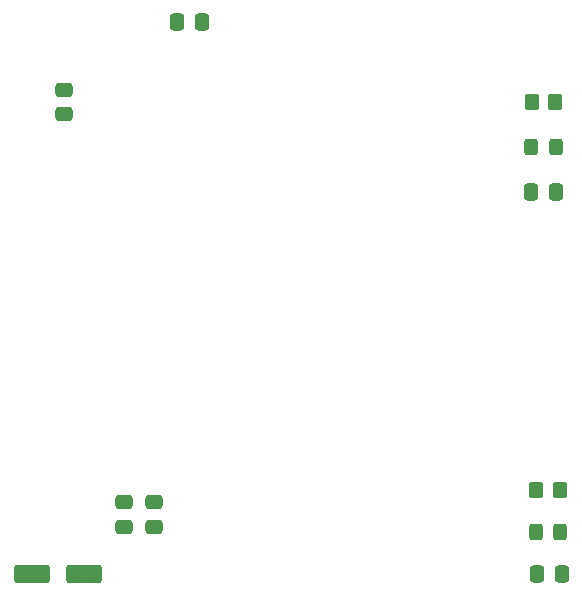
<source format=gbr>
%TF.GenerationSoftware,KiCad,Pcbnew,(6.0.8)*%
%TF.CreationDate,2023-03-06T23:42:02-08:00*%
%TF.ProjectId,ATP_Teensy,4154505f-5465-4656-9e73-792e6b696361,rev?*%
%TF.SameCoordinates,Original*%
%TF.FileFunction,Paste,Top*%
%TF.FilePolarity,Positive*%
%FSLAX46Y46*%
G04 Gerber Fmt 4.6, Leading zero omitted, Abs format (unit mm)*
G04 Created by KiCad (PCBNEW (6.0.8)) date 2023-03-06 23:42:02*
%MOMM*%
%LPD*%
G01*
G04 APERTURE LIST*
G04 Aperture macros list*
%AMRoundRect*
0 Rectangle with rounded corners*
0 $1 Rounding radius*
0 $2 $3 $4 $5 $6 $7 $8 $9 X,Y pos of 4 corners*
0 Add a 4 corners polygon primitive as box body*
4,1,4,$2,$3,$4,$5,$6,$7,$8,$9,$2,$3,0*
0 Add four circle primitives for the rounded corners*
1,1,$1+$1,$2,$3*
1,1,$1+$1,$4,$5*
1,1,$1+$1,$6,$7*
1,1,$1+$1,$8,$9*
0 Add four rect primitives between the rounded corners*
20,1,$1+$1,$2,$3,$4,$5,0*
20,1,$1+$1,$4,$5,$6,$7,0*
20,1,$1+$1,$6,$7,$8,$9,0*
20,1,$1+$1,$8,$9,$2,$3,0*%
G04 Aperture macros list end*
%ADD10RoundRect,0.250000X-0.337500X-0.475000X0.337500X-0.475000X0.337500X0.475000X-0.337500X0.475000X0*%
%ADD11RoundRect,0.250000X0.475000X-0.337500X0.475000X0.337500X-0.475000X0.337500X-0.475000X-0.337500X0*%
%ADD12RoundRect,0.250000X-0.350000X-0.450000X0.350000X-0.450000X0.350000X0.450000X-0.350000X0.450000X0*%
%ADD13RoundRect,0.250000X-0.325000X-0.450000X0.325000X-0.450000X0.325000X0.450000X-0.325000X0.450000X0*%
%ADD14RoundRect,0.250000X0.337500X0.475000X-0.337500X0.475000X-0.337500X-0.475000X0.337500X-0.475000X0*%
%ADD15RoundRect,0.250000X1.250000X0.550000X-1.250000X0.550000X-1.250000X-0.550000X1.250000X-0.550000X0*%
G04 APERTURE END LIST*
D10*
%TO.C,C2*%
X169650500Y-119380000D03*
X171725500Y-119380000D03*
%TD*%
D11*
%TO.C,C4*%
X134620000Y-115337500D03*
X134620000Y-113262500D03*
%TD*%
D12*
%TO.C,R2*%
X169570000Y-112268000D03*
X171570000Y-112268000D03*
%TD*%
D11*
%TO.C,C6*%
X129540000Y-80412500D03*
X129540000Y-78337500D03*
%TD*%
D12*
%TO.C,R1*%
X169180000Y-79375000D03*
X171180000Y-79375000D03*
%TD*%
D13*
%TO.C,9V*%
X169155000Y-83185000D03*
X171205000Y-83185000D03*
%TD*%
D10*
%TO.C,C1*%
X169142500Y-86995000D03*
X171217500Y-86995000D03*
%TD*%
D14*
%TO.C,C7*%
X141245500Y-72644000D03*
X139170500Y-72644000D03*
%TD*%
D15*
%TO.C,C5*%
X131232000Y-119380000D03*
X126832000Y-119380000D03*
%TD*%
D13*
%TO.C,5V*%
X169545000Y-115824000D03*
X171595000Y-115824000D03*
%TD*%
D11*
%TO.C,C3*%
X137160000Y-115337500D03*
X137160000Y-113262500D03*
%TD*%
M02*

</source>
